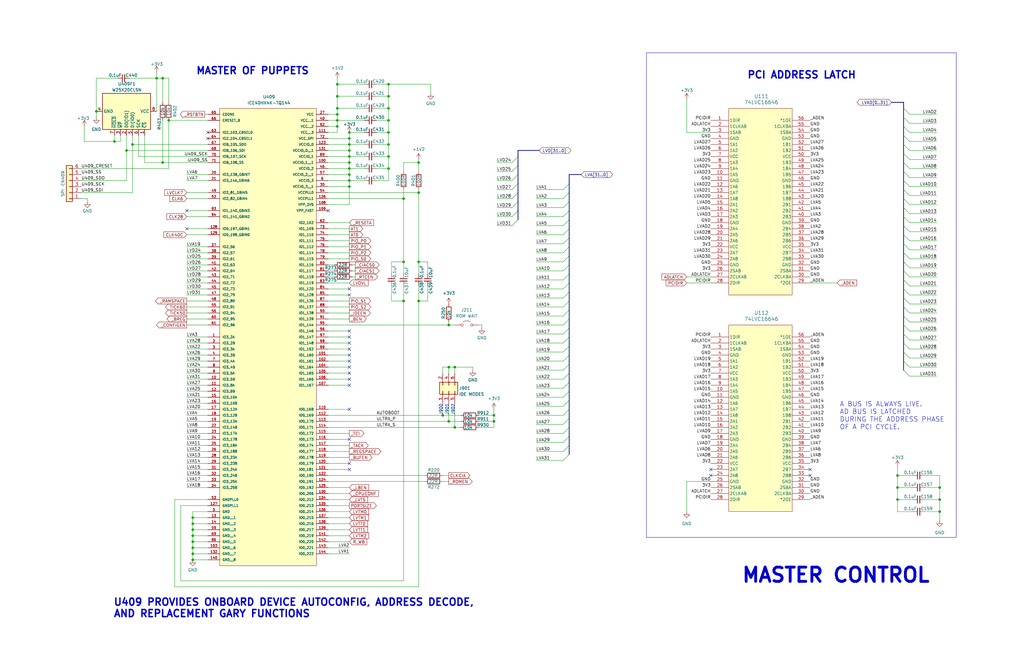
<source format=kicad_sch>
(kicad_sch (version 20231120) (generator "eeschema") (generator_version "8.0")
  (paper "B")
  (title_block (title "AMIGA PCI") (date "2025-04-10") (rev "5.1"))
  (junction (at 147.32 76.2))
  (junction (at 191.77 180.34))
  (junction (at 176.53 81.28))
  (junction (at 378.46 200.66))
  (junction (at 81.28 223.52))
  (junction (at 189.23 154.94))
  (junction (at 147.32 58.42))
  (junction (at 396.24 210.82))
  (junction (at 378.46 210.82))
  (junction (at 147.32 78.74))
  (junction (at 396.24 215.9))
  (junction (at 163.83 60.96))
  (junction (at 163.83 50.8))
  (junction (at 163.83 40.64))
  (junction (at 142.24 48.26))
  (junction (at 142.24 53.34))
  (junction (at 40.64 46.99))
  (junction (at 48.26 59.69))
  (junction (at 81.28 218.44))
  (junction (at 66.04 33.02))
  (junction (at 81.28 220.98))
  (junction (at 147.32 63.5))
  (junction (at 170.18 83.82))
  (junction (at 142.24 35.56))
  (junction (at 81.28 233.68))
  (junction (at 163.83 45.72))
  (junction (at 147.32 68.58))
  (junction (at 396.24 205.74))
  (junction (at 176.53 127))
  (junction (at 163.83 35.56))
  (junction (at 189.23 137.16))
  (junction (at 55.88 60.96))
  (junction (at 142.24 40.64))
  (junction (at 208.28 175.26))
  (junction (at 81.28 236.22))
  (junction (at 191.77 154.94))
  (junction (at 81.28 231.14))
  (junction (at 68.58 68.58))
  (junction (at 163.83 71.12))
  (junction (at 163.83 66.04))
  (junction (at 189.23 177.8))
  (junction (at 147.32 55.88))
  (junction (at 142.24 45.72))
  (junction (at 176.53 68.58))
  (junction (at 208.28 177.8))
  (junction (at 163.83 55.88))
  (junction (at 71.12 50.8))
  (junction (at 147.32 60.96))
  (junction (at 81.28 226.06))
  (junction (at 170.18 127))
  (junction (at 378.46 205.74))
  (junction (at 81.28 228.6))
  (junction (at 147.32 73.66))
  (junction (at 170.18 110.49))
  (junction (at 176.53 110.49))
  (junction (at 147.32 71.12))
  (junction (at 186.69 175.26))
  (junction (at 142.24 50.8))
  (junction (at 147.32 66.04))
  (junction (at 68.58 33.02))
  (junction (at 53.34 63.5))
  (no_connect (at 299.72 198.12))
  (no_connect (at 147.32 144.78))
  (no_connect (at 147.32 152.4))
  (no_connect (at 147.32 198.12))
  (no_connect (at 341.63 198.12))
  (no_connect (at 147.32 162.56))
  (no_connect (at 147.32 172.72))
  (no_connect (at 341.63 200.66))
  (no_connect (at 87.63 55.88))
  (no_connect (at 147.32 142.24))
  (no_connect (at 147.32 160.02))
  (no_connect (at 147.32 147.32))
  (no_connect (at 147.32 149.86))
  (no_connect (at 78.74 88.9))
  (no_connect (at 147.32 124.46))
  (no_connect (at 147.32 157.48))
  (no_connect (at 147.32 185.42))
  (no_connect (at 299.72 200.66))
  (no_connect (at 147.32 195.58))
  (no_connect (at 138.43 88.9))
  (no_connect (at 147.32 154.94))
  (no_connect (at 87.63 58.42))
  (no_connect (at 147.32 139.7))
  (no_connect (at 78.74 96.52))
  (no_connect (at 147.32 121.92))
  (bus_entry (at 383.57 93.98) (size -2.54 -2.54))
  (bus_entry (at 383.57 63.5) (size -2.54 -2.54))
  (bus_entry (at 237.49 163.83) (size 2.54 -2.54))
  (bus_entry (at 215.9 95.25) (size 2.54 -2.54))
  (bus_entry (at 237.49 80.01) (size 2.54 -2.54))
  (bus_entry (at 237.49 160.02) (size 2.54 -2.54))
  (bus_entry (at 383.57 82.55) (size -2.54 -2.54))
  (bus_entry (at 383.57 101.6) (size -2.54 -2.54))
  (bus_entry (at 215.9 83.82) (size 2.54 -2.54))
  (bus_entry (at 237.49 194.31) (size 2.54 -2.54))
  (bus_entry (at 215.9 87.63) (size 2.54 -2.54))
  (bus_entry (at 383.57 151.13) (size -2.54 -2.54))
  (bus_entry (at 237.49 133.35) (size 2.54 -2.54))
  (bus_entry (at 237.49 137.16) (size 2.54 -2.54))
  (bus_entry (at 237.49 99.06) (size 2.54 -2.54))
  (bus_entry (at 383.57 158.75) (size -2.54 -2.54))
  (bus_entry (at 383.57 78.74) (size -2.54 -2.54))
  (bus_entry (at 383.57 97.79) (size -2.54 -2.54))
  (bus_entry (at 237.49 182.88) (size 2.54 -2.54))
  (bus_entry (at 237.49 83.82) (size 2.54 -2.54))
  (bus_entry (at 237.49 95.25) (size 2.54 -2.54))
  (bus_entry (at 383.57 135.89) (size -2.54 -2.54))
  (bus_entry (at 383.57 55.88) (size -2.54 -2.54))
  (bus_entry (at 237.49 129.54) (size 2.54 -2.54))
  (bus_entry (at 237.49 148.59) (size 2.54 -2.54))
  (bus_entry (at 237.49 175.26) (size 2.54 -2.54))
  (bus_entry (at 383.57 139.7) (size -2.54 -2.54))
  (bus_entry (at 383.57 124.46) (size -2.54 -2.54))
  (bus_entry (at 237.49 87.63) (size 2.54 -2.54))
  (bus_entry (at 383.57 120.65) (size -2.54 -2.54))
  (bus_entry (at 237.49 118.11) (size 2.54 -2.54))
  (bus_entry (at 383.57 59.69) (size -2.54 -2.54))
  (bus_entry (at 383.57 71.12) (size -2.54 -2.54))
  (bus_entry (at 383.57 143.51) (size -2.54 -2.54))
  (bus_entry (at 215.9 68.58) (size 2.54 -2.54))
  (bus_entry (at 383.57 86.36) (size -2.54 -2.54))
  (bus_entry (at 237.49 121.92) (size 2.54 -2.54))
  (bus_entry (at 237.49 144.78) (size 2.54 -2.54))
  (bus_entry (at 383.57 154.94) (size -2.54 -2.54))
  (bus_entry (at 383.57 147.32) (size -2.54 -2.54))
  (bus_entry (at 237.49 190.5) (size 2.54 -2.54))
  (bus_entry (at 383.57 116.84) (size -2.54 -2.54))
  (bus_entry (at 215.9 91.44) (size 2.54 -2.54))
  (bus_entry (at 237.49 114.3) (size 2.54 -2.54))
  (bus_entry (at 215.9 76.2) (size 2.54 -2.54))
  (bus_entry (at 237.49 186.69) (size 2.54 -2.54))
  (bus_entry (at 383.57 52.07) (size -2.54 -2.54))
  (bus_entry (at 237.49 167.64) (size 2.54 -2.54))
  (bus_entry (at 237.49 110.49) (size 2.54 -2.54))
  (bus_entry (at 237.49 125.73) (size 2.54 -2.54))
  (bus_entry (at 237.49 102.87) (size 2.54 -2.54))
  (bus_entry (at 237.49 179.07) (size 2.54 -2.54))
  (bus_entry (at 383.57 128.27) (size -2.54 -2.54))
  (bus_entry (at 237.49 156.21) (size 2.54 -2.54))
  (bus_entry (at 237.49 140.97) (size 2.54 -2.54))
  (bus_entry (at 383.57 105.41) (size -2.54 -2.54))
  (bus_entry (at 237.49 171.45) (size 2.54 -2.54))
  (bus_entry (at 383.57 132.08) (size -2.54 -2.54))
  (bus_entry (at 237.49 106.68) (size 2.54 -2.54))
  (bus_entry (at 383.57 109.22) (size -2.54 -2.54))
  (bus_entry (at 383.57 67.31) (size -2.54 -2.54))
  (bus_entry (at 237.49 152.4) (size 2.54 -2.54))
  (bus_entry (at 383.57 113.03) (size -2.54 -2.54))
  (bus_entry (at 237.49 91.44) (size 2.54 -2.54))
  (bus_entry (at 383.57 74.93) (size -2.54 -2.54))
  (bus_entry (at 215.9 72.39) (size 2.54 -2.54))
  (bus_entry (at 383.57 48.26) (size -2.54 -2.54))
  (bus_entry (at 383.57 90.17) (size -2.54 -2.54))
  (bus_entry (at 215.9 80.01) (size 2.54 -2.54))
  (wire (pts (xy 189.23 135.89) (xy 189.23 137.16)))
  (wire (pts (xy 147.32 144.78) (xy 138.43 144.78)))
  (bus (pts (xy 381.03 152.4) (xy 381.03 156.21)))
  (bus (pts (xy 240.03 107.95) (xy 240.03 111.76)))
  (wire (pts (xy 395 139.7) (xy 383.57 139.7)))
  (wire (pts (xy 299.72 55.88) (xy 289.56 55.88)))
  (bus (pts (xy 381.03 43.18) (xy 375.92 43.18)))
  (wire (pts (xy 58.42 66.04) (xy 58.42 57.15)))
  (wire (pts (xy 87.63 195.58) (xy 78.74 195.58)))
  (wire (pts (xy 78.74 200.66) (xy 87.63 200.66)))
  (wire (pts (xy 147.32 205.74) (xy 138.43 205.74)))
  (wire (pts (xy 148.59 116.84) (xy 149.86 116.84)))
  (wire (pts (xy 209.55 95.25) (xy 215.9 95.25)))
  (wire (pts (xy 353.06 119.38) (xy 341.63 119.38)))
  (wire (pts (xy 395 128.27) (xy 383.57 128.27)))
  (wire (pts (xy 138.43 104.14) (xy 147.32 104.14)))
  (wire (pts (xy 289.56 203.2) (xy 289.56 215.9)))
  (bus (pts (xy 381.03 148.59) (xy 381.03 152.4)))
  (wire (pts (xy 189.23 157.48) (xy 189.23 154.94)))
  (wire (pts (xy 395 135.89) (xy 383.57 135.89)))
  (wire (pts (xy 147.32 195.58) (xy 138.43 195.58)))
  (wire (pts (xy 289.56 203.2) (xy 299.72 203.2)))
  (wire (pts (xy 71.12 43.18) (xy 71.12 33.02)))
  (wire (pts (xy 395 86.36) (xy 383.57 86.36)))
  (wire (pts (xy 138.43 71.12) (xy 147.32 71.12)))
  (wire (pts (xy 73.66 247.65) (xy 176.53 247.65)))
  (wire (pts (xy 87.63 83.82) (xy 78.74 83.82)))
  (wire (pts (xy 226.06 140.97) (xy 237.49 140.97)))
  (wire (pts (xy 34.29 83.82) (xy 36.83 83.82)))
  (wire (pts (xy 87.63 203.2) (xy 78.74 203.2)))
  (wire (pts (xy 138.43 73.66) (xy 147.32 73.66)))
  (wire (pts (xy 78.74 116.84) (xy 87.63 116.84)))
  (wire (pts (xy 78.74 111.76) (xy 87.63 111.76)))
  (wire (pts (xy 35.56 53.34) (xy 35.56 59.69)))
  (bus (pts (xy 240.03 96.52) (xy 240.03 100.33)))
  (bus (pts (xy 381.03 57.15) (xy 381.03 60.96)))
  (bus (pts (xy 381.03 118.11) (xy 381.03 121.92)))
  (wire (pts (xy 226.06 190.5) (xy 237.49 190.5)))
  (wire (pts (xy 186.69 157.48) (xy 186.69 154.94)))
  (bus (pts (xy 240.03 165.1) (xy 240.03 168.91)))
  (wire (pts (xy 87.63 88.9) (xy 78.74 88.9)))
  (wire (pts (xy 138.43 83.82) (xy 170.18 83.82)))
  (wire (pts (xy 78.74 109.22) (xy 87.63 109.22)))
  (wire (pts (xy 226.06 110.49) (xy 237.49 110.49)))
  (wire (pts (xy 147.32 182.88) (xy 138.43 182.88)))
  (wire (pts (xy 179.07 203.2) (xy 138.43 203.2)))
  (bus (pts (xy 240.03 168.91) (xy 240.03 172.72)))
  (wire (pts (xy 142.24 45.72) (xy 142.24 48.26)))
  (wire (pts (xy 176.53 127) (xy 180.34 127)))
  (wire (pts (xy 73.66 210.82) (xy 87.63 210.82)))
  (wire (pts (xy 138.43 157.48) (xy 147.32 157.48)))
  (wire (pts (xy 226.06 175.26) (xy 237.49 175.26)))
  (wire (pts (xy 378.46 205.74) (xy 384.81 205.74)))
  (wire (pts (xy 81.28 218.44) (xy 81.28 220.98)))
  (wire (pts (xy 395 48.26) (xy 383.57 48.26)))
  (wire (pts (xy 87.63 177.8) (xy 78.74 177.8)))
  (wire (pts (xy 147.32 76.2) (xy 147.32 78.74)))
  (wire (pts (xy 138.43 152.4) (xy 147.32 152.4)))
  (wire (pts (xy 209.55 68.58) (xy 215.9 68.58)))
  (wire (pts (xy 48.26 59.69) (xy 50.8 59.69)))
  (wire (pts (xy 87.63 48.26) (xy 86.36 48.26)))
  (wire (pts (xy 395 120.65) (xy 383.57 120.65)))
  (wire (pts (xy 389.89 200.66) (xy 396.24 200.66)))
  (wire (pts (xy 81.28 218.44) (xy 87.63 218.44)))
  (wire (pts (xy 66.04 33.02) (xy 54.61 33.02)))
  (wire (pts (xy 68.58 33.02) (xy 66.04 33.02)))
  (wire (pts (xy 147.32 76.2) (xy 153.67 76.2)))
  (bus (pts (xy 381.03 125.73) (xy 381.03 129.54)))
  (wire (pts (xy 226.06 114.3) (xy 237.49 114.3)))
  (wire (pts (xy 395 105.41) (xy 383.57 105.41)))
  (wire (pts (xy 163.83 40.64) (xy 163.83 35.56)))
  (wire (pts (xy 158.75 60.96) (xy 163.83 60.96)))
  (bus (pts (xy 218.44 69.85) (xy 218.44 73.66)))
  (wire (pts (xy 289.56 41.91) (xy 289.56 55.88)))
  (wire (pts (xy 226.06 171.45) (xy 237.49 171.45)))
  (wire (pts (xy 226.06 83.82) (xy 237.49 83.82)))
  (wire (pts (xy 181.61 35.56) (xy 163.83 35.56)))
  (wire (pts (xy 87.63 167.64) (xy 78.74 167.64)))
  (wire (pts (xy 147.32 68.58) (xy 147.32 71.12)))
  (wire (pts (xy 209.55 91.44) (xy 215.9 91.44)))
  (wire (pts (xy 226.06 179.07) (xy 237.49 179.07)))
  (wire (pts (xy 81.28 215.9) (xy 81.28 218.44)))
  (wire (pts (xy 138.43 175.26) (xy 186.69 175.26)))
  (wire (pts (xy 87.63 76.2) (xy 78.74 76.2)))
  (wire (pts (xy 78.74 106.68) (xy 87.63 106.68)))
  (wire (pts (xy 138.43 223.52) (xy 147.32 223.52)))
  (wire (pts (xy 87.63 165.1) (xy 78.74 165.1)))
  (wire (pts (xy 203.2 137.16) (xy 201.93 137.16)))
  (wire (pts (xy 147.32 55.88) (xy 153.67 55.88)))
  (wire (pts (xy 81.28 231.14) (xy 81.28 233.68)))
  (bus (pts (xy 381.03 76.2) (xy 381.03 80.01)))
  (bus (pts (xy 381.03 91.44) (xy 381.03 95.25)))
  (wire (pts (xy 191.77 170.18) (xy 191.77 180.34)))
  (wire (pts (xy 60.96 68.58) (xy 68.58 68.58)))
  (wire (pts (xy 71.12 71.12) (xy 71.12 50.8)))
  (wire (pts (xy 226.06 156.21) (xy 237.49 156.21)))
  (wire (pts (xy 163.83 45.72) (xy 163.83 40.64)))
  (wire (pts (xy 138.43 220.98) (xy 147.32 220.98)))
  (wire (pts (xy 165.1 120.65) (xy 165.1 127)))
  (wire (pts (xy 163.83 50.8) (xy 163.83 45.72)))
  (wire (pts (xy 189.23 154.94) (xy 191.77 154.94)))
  (bus (pts (xy 240.03 172.72) (xy 240.03 176.53)))
  (wire (pts (xy 138.43 160.02) (xy 147.32 160.02)))
  (wire (pts (xy 189.23 137.16) (xy 191.77 137.16)))
  (bus (pts (xy 218.44 81.28) (xy 218.44 85.09)))
  (wire (pts (xy 138.43 154.94) (xy 147.32 154.94)))
  (bus (pts (xy 381.03 68.58) (xy 381.03 72.39)))
  (wire (pts (xy 226.06 148.59) (xy 237.49 148.59)))
  (wire (pts (xy 395 154.94) (xy 383.57 154.94)))
  (wire (pts (xy 138.43 66.04) (xy 147.32 66.04)))
  (wire (pts (xy 138.43 60.96) (xy 147.32 60.96)))
  (wire (pts (xy 226.06 91.44) (xy 237.49 91.44)))
  (bus (pts (xy 381.03 144.78) (xy 381.03 148.59)))
  (wire (pts (xy 87.63 193.04) (xy 78.74 193.04)))
  (wire (pts (xy 170.18 245.11) (xy 76.2 245.11)))
  (wire (pts (xy 226.06 167.64) (xy 237.49 167.64)))
  (wire (pts (xy 55.88 57.15) (xy 55.88 60.96)))
  (wire (pts (xy 138.43 124.46) (xy 147.32 124.46)))
  (wire (pts (xy 76.2 245.11) (xy 76.2 213.36)))
  (wire (pts (xy 147.32 63.5) (xy 147.32 66.04)))
  (wire (pts (xy 142.24 45.72) (xy 153.67 45.72)))
  (wire (pts (xy 165.1 127) (xy 170.18 127)))
  (wire (pts (xy 138.43 78.74) (xy 147.32 78.74)))
  (wire (pts (xy 138.43 177.8) (xy 189.23 177.8)))
  (wire (pts (xy 147.32 147.32) (xy 138.43 147.32)))
  (wire (pts (xy 170.18 120.65) (xy 170.18 127)))
  (bus (pts (xy 381.03 72.39) (xy 381.03 76.2)))
  (wire (pts (xy 147.32 86.36) (xy 138.43 86.36)))
  (wire (pts (xy 395 124.46) (xy 383.57 124.46)))
  (wire (pts (xy 189.23 177.8) (xy 194.31 177.8)))
  (wire (pts (xy 48.26 57.15) (xy 48.26 59.69)))
  (wire (pts (xy 378.46 200.66) (xy 384.81 200.66)))
  (wire (pts (xy 396.24 200.66) (xy 396.24 205.74)))
  (wire (pts (xy 179.07 200.66) (xy 138.43 200.66)))
  (wire (pts (xy 71.12 33.02) (xy 68.58 33.02)))
  (wire (pts (xy 81.28 223.52) (xy 87.63 223.52)))
  (wire (pts (xy 395 97.79) (xy 383.57 97.79)))
  (wire (pts (xy 36.83 83.82) (xy 36.83 85.09)))
  (wire (pts (xy 87.63 127) (xy 78.74 127)))
  (bus (pts (xy 381.03 106.68) (xy 381.03 110.49)))
  (wire (pts (xy 81.28 236.22) (xy 87.63 236.22)))
  (wire (pts (xy 66.04 46.99) (xy 66.04 33.02)))
  (wire (pts (xy 396.24 205.74) (xy 396.24 210.82)))
  (wire (pts (xy 138.43 96.52) (xy 147.32 96.52)))
  (wire (pts (xy 40.64 33.02) (xy 49.53 33.02)))
  (wire (pts (xy 378.46 210.82) (xy 384.81 210.82)))
  (wire (pts (xy 208.28 172.72) (xy 208.28 175.26)))
  (wire (pts (xy 138.43 215.9) (xy 147.32 215.9)))
  (wire (pts (xy 87.63 81.28) (xy 78.74 81.28)))
  (wire (pts (xy 138.43 93.98) (xy 147.32 93.98)))
  (bus (pts (xy 240.03 119.38) (xy 240.03 123.19)))
  (bus (pts (xy 240.03 73.66) (xy 245.11 73.66)))
  (wire (pts (xy 226.06 194.31) (xy 237.49 194.31)))
  (wire (pts (xy 87.63 175.26) (xy 78.74 175.26)))
  (wire (pts (xy 147.32 208.28) (xy 138.43 208.28)))
  (wire (pts (xy 53.34 76.2) (xy 34.29 76.2)))
  (bus (pts (xy 240.03 149.86) (xy 240.03 153.67)))
  (wire (pts (xy 289.56 119.38) (xy 299.72 119.38)))
  (wire (pts (xy 138.43 185.42) (xy 147.32 185.42)))
  (wire (pts (xy 158.75 71.12) (xy 163.83 71.12)))
  (wire (pts (xy 87.63 137.16) (xy 78.74 137.16)))
  (wire (pts (xy 395 113.03) (xy 383.57 113.03)))
  (wire (pts (xy 78.74 160.02) (xy 87.63 160.02)))
  (wire (pts (xy 78.74 149.86) (xy 87.63 149.86)))
  (wire (pts (xy 170.18 68.58) (xy 176.53 68.58)))
  (wire (pts (xy 81.28 220.98) (xy 81.28 223.52)))
  (wire (pts (xy 147.32 187.96) (xy 138.43 187.96)))
  (wire (pts (xy 138.43 137.16) (xy 189.23 137.16)))
  (wire (pts (xy 138.43 106.68) (xy 147.32 106.68)))
  (wire (pts (xy 138.43 218.44) (xy 147.32 218.44)))
  (bus (pts (xy 381.03 87.63) (xy 381.03 91.44)))
  (wire (pts (xy 395 101.6) (xy 383.57 101.6)))
  (wire (pts (xy 81.28 233.68) (xy 81.28 236.22)))
  (bus (pts (xy 381.03 114.3) (xy 381.03 118.11)))
  (wire (pts (xy 147.32 60.96) (xy 153.67 60.96)))
  (wire (pts (xy 142.24 40.64) (xy 142.24 45.72)))
  (wire (pts (xy 226.06 87.63) (xy 237.49 87.63)))
  (wire (pts (xy 208.28 177.8) (xy 208.28 175.26)))
  (bus (pts (xy 381.03 80.01) (xy 381.03 83.82)))
  (wire (pts (xy 87.63 172.72) (xy 78.74 172.72)))
  (wire (pts (xy 201.93 177.8) (xy 208.28 177.8)))
  (wire (pts (xy 226.06 121.92) (xy 237.49 121.92)))
  (bus (pts (xy 240.03 176.53) (xy 240.03 180.34)))
  (wire (pts (xy 158.75 55.88) (xy 163.83 55.88)))
  (wire (pts (xy 138.43 228.6) (xy 147.32 228.6)))
  (wire (pts (xy 170.18 127) (xy 170.18 245.11)))
  (wire (pts (xy 55.88 81.28) (xy 55.88 60.96)))
  (wire (pts (xy 138.43 109.22) (xy 147.32 109.22)))
  (wire (pts (xy 203.2 137.16) (xy 203.2 138.43)))
  (wire (pts (xy 176.53 247.65) (xy 176.53 127)))
  (wire (pts (xy 138.43 226.06) (xy 147.32 226.06)))
  (wire (pts (xy 87.63 124.46) (xy 78.74 124.46)))
  (wire (pts (xy 147.32 66.04) (xy 153.67 66.04)))
  (wire (pts (xy 147.32 193.04) (xy 138.43 193.04)))
  (wire (pts (xy 395 78.74) (xy 383.57 78.74)))
  (wire (pts (xy 147.32 73.66) (xy 147.32 76.2)))
  (bus (pts (xy 381.03 45.72) (xy 381.03 49.53)))
  (wire (pts (xy 226.06 95.25) (xy 237.49 95.25)))
  (wire (pts (xy 78.74 152.4) (xy 87.63 152.4)))
  (wire (pts (xy 138.43 111.76) (xy 140.97 111.76)))
  (wire (pts (xy 87.63 96.52) (xy 78.74 96.52)))
  (wire (pts (xy 73.66 210.82) (xy 73.66 247.65)))
  (wire (pts (xy 78.74 187.96) (xy 87.63 187.96)))
  (wire (pts (xy 378.46 205.74) (xy 378.46 210.82)))
  (wire (pts (xy 68.58 50.8) (xy 68.58 68.58)))
  (wire (pts (xy 138.43 53.34) (xy 142.24 53.34)))
  (wire (pts (xy 395 158.75) (xy 383.57 158.75)))
  (bus (pts (xy 240.03 111.76) (xy 240.03 115.57)))
  (wire (pts (xy 78.74 114.3) (xy 87.63 114.3)))
  (bus (pts (xy 381.03 53.34) (xy 381.03 57.15)))
  (wire (pts (xy 40.64 49.53) (xy 40.64 46.99)))
  (wire (pts (xy 191.77 154.94) (xy 191.77 157.48)))
  (bus (pts (xy 240.03 88.9) (xy 240.03 92.71)))
  (wire (pts (xy 226.06 182.88) (xy 237.49 182.88)))
  (bus (pts (xy 218.44 85.09) (xy 218.44 88.9)))
  (wire (pts (xy 396.24 215.9) (xy 396.24 219.71)))
  (wire (pts (xy 142.24 50.8) (xy 142.24 53.34)))
  (wire (pts (xy 138.43 48.26) (xy 142.24 48.26)))
  (wire (pts (xy 226.06 144.78) (xy 237.49 144.78)))
  (bus (pts (xy 240.03 146.05) (xy 240.03 149.86)))
  (bus (pts (xy 240.03 104.14) (xy 240.03 107.95)))
  (wire (pts (xy 226.06 133.35) (xy 237.49 133.35)))
  (wire (pts (xy 87.63 190.5) (xy 78.74 190.5)))
  (wire (pts (xy 81.28 220.98) (xy 87.63 220.98)))
  (wire (pts (xy 395 151.13) (xy 383.57 151.13)))
  (bus (pts (xy 240.03 100.33) (xy 240.03 104.14)))
  (wire (pts (xy 87.63 91.44) (xy 78.74 91.44)))
  (bus (pts (xy 381.03 137.16) (xy 381.03 140.97)))
  (bus (pts (xy 381.03 110.49) (xy 381.03 114.3)))
  (wire (pts (xy 191.77 154.94) (xy 199.39 154.94)))
  (bus (pts (xy 240.03 130.81) (xy 240.03 134.62)))
  (wire (pts (xy 199.39 154.94) (xy 199.39 156.21)))
  (wire (pts (xy 384.81 215.9) (xy 378.46 215.9)))
  (wire (pts (xy 226.06 99.06) (xy 237.49 99.06)))
  (wire (pts (xy 163.83 35.56) (xy 158.75 35.56)))
  (wire (pts (xy 395 147.32) (xy 383.57 147.32)))
  (wire (pts (xy 87.63 73.66) (xy 78.74 73.66)))
  (wire (pts (xy 226.06 118.11) (xy 237.49 118.11)))
  (wire (pts (xy 226.06 102.87) (xy 237.49 102.87)))
  (wire (pts (xy 142.24 35.56) (xy 153.67 35.56)))
  (wire (pts (xy 396.24 210.82) (xy 396.24 215.9)))
  (bus (pts (xy 381.03 129.54) (xy 381.03 133.35)))
  (wire (pts (xy 138.43 180.34) (xy 191.77 180.34)))
  (wire (pts (xy 34.29 81.28) (xy 55.88 81.28)))
  (bus (pts (xy 218.44 73.66) (xy 218.44 77.47)))
  (wire (pts (xy 378.46 200.66) (xy 378.46 205.74)))
  (wire (pts (xy 147.32 190.5) (xy 138.43 190.5)))
  (wire (pts (xy 87.63 185.42) (xy 78.74 185.42)))
  (wire (pts (xy 138.43 127) (xy 147.32 127)))
  (wire (pts (xy 138.43 68.58) (xy 147.32 68.58)))
  (wire (pts (xy 147.32 55.88) (xy 147.32 58.42)))
  (wire (pts (xy 71.12 50.8) (xy 87.63 50.8)))
  (bus (pts (xy 240.03 157.48) (xy 240.03 161.29)))
  (wire (pts (xy 163.83 55.88) (xy 163.83 60.96)))
  (wire (pts (xy 176.53 81.28) (xy 176.53 110.49)))
  (bus (pts (xy 240.03 184.15) (xy 240.03 187.96)))
  (bus (pts (xy 240.03 161.29) (xy 240.03 165.1)))
  (wire (pts (xy 395 55.88) (xy 383.57 55.88)))
  (wire (pts (xy 147.32 78.74) (xy 147.32 86.36)))
  (wire (pts (xy 142.24 35.56) (xy 142.24 40.64)))
  (wire (pts (xy 226.06 160.02) (xy 237.49 160.02)))
  (wire (pts (xy 138.43 213.36) (xy 147.32 213.36)))
  (wire (pts (xy 81.28 223.52) (xy 81.28 226.06)))
  (wire (pts (xy 147.32 142.24) (xy 138.43 142.24)))
  (wire (pts (xy 87.63 147.32) (xy 78.74 147.32)))
  (wire (pts (xy 226.06 186.69) (xy 237.49 186.69)))
  (wire (pts (xy 176.53 110.49) (xy 180.34 110.49)))
  (bus (pts (xy 240.03 134.62) (xy 240.03 138.43)))
  (wire (pts (xy 81.28 226.06) (xy 87.63 226.06)))
  (wire (pts (xy 138.43 172.72) (xy 147.32 172.72)))
  (wire (pts (xy 395 74.93) (xy 383.57 74.93)))
  (wire (pts (xy 170.18 115.57) (xy 170.18 110.49)))
  (bus (pts (xy 218.44 63.5) (xy 227.33 63.5)))
  (wire (pts (xy 170.18 80.01) (xy 170.18 83.82)))
  (wire (pts (xy 78.74 121.92) (xy 87.63 121.92)))
  (wire (pts (xy 138.43 76.2) (xy 147.32 76.2)))
  (wire (pts (xy 186.69 170.18) (xy 186.69 175.26)))
  (bus (pts (xy 381.03 99.06) (xy 381.03 102.87)))
  (bus (pts (xy 240.03 77.47) (xy 240.03 81.28)))
  (wire (pts (xy 201.93 175.26) (xy 208.28 175.26)))
  (wire (pts (xy 87.63 129.54) (xy 78.74 129.54)))
  (wire (pts (xy 201.93 180.34) (xy 208.28 180.34)))
  (bus (pts (xy 240.03 123.19) (xy 240.03 127)))
  (wire (pts (xy 395 143.51) (xy 383.57 143.51)))
  (wire (pts (xy 138.43 116.84) (xy 140.97 116.84)))
  (wire (pts (xy 78.74 119.38) (xy 87.63 119.38)))
  (wire (pts (xy 81.28 228.6) (xy 87.63 228.6)))
  (wire (pts (xy 395 93.98) (xy 383.57 93.98)))
  (wire (pts (xy 226.06 106.68) (xy 237.49 106.68)))
  (bus (pts (xy 218.44 66.04) (xy 218.44 63.5)))
  (wire (pts (xy 209.55 83.82) (xy 215.9 83.82)))
  (wire (pts (xy 176.53 127) (xy 176.53 120.65)))
  (wire (pts (xy 226.06 129.54) (xy 237.49 129.54)))
  (wire (pts (xy 209.55 87.63) (xy 215.9 87.63)))
  (bus (pts (xy 240.03 138.43) (xy 240.03 142.24)))
  (wire (pts (xy 81.28 228.6) (xy 81.28 231.14)))
  (wire (pts (xy 87.63 154.94) (xy 78.74 154.94)))
  (wire (pts (xy 66.04 33.02) (xy 66.04 30.48)))
  (wire (pts (xy 78.74 180.34) (xy 87.63 180.34)))
  (bus (pts (xy 240.03 73.66) (xy 240.03 77.47)))
  (bus (pts (xy 381.03 83.82) (xy 381.03 87.63)))
  (wire (pts (xy 78.74 142.24) (xy 87.63 142.24)))
  (wire (pts (xy 50.8 57.15) (xy 50.8 59.69)))
  (wire (pts (xy 53.34 63.5) (xy 53.34 76.2)))
  (bus (pts (xy 381.03 133.35) (xy 381.03 137.16)))
  (wire (pts (xy 170.18 83.82) (xy 170.18 110.49)))
  (bus (pts (xy 240.03 81.28) (xy 240.03 85.09)))
  (bus (pts (xy 381.03 140.97) (xy 381.03 144.78)))
  (wire (pts (xy 147.32 233.68) (xy 138.43 233.68)))
  (bus (pts (xy 240.03 142.24) (xy 240.03 146.05)))
  (wire (pts (xy 142.24 53.34) (xy 142.24 55.88)))
  (wire (pts (xy 165.1 110.49) (xy 170.18 110.49)))
  (bus (pts (xy 240.03 153.67) (xy 240.03 157.48)))
  (wire (pts (xy 395 116.84) (xy 383.57 116.84)))
  (wire (pts (xy 209.55 80.01) (xy 215.9 80.01)))
  (wire (pts (xy 170.18 72.39) (xy 170.18 68.58)))
  (wire (pts (xy 147.32 132.08) (xy 138.43 132.08)))
  (wire (pts (xy 138.43 121.92) (xy 147.32 121.92)))
  (bus (pts (xy 240.03 127) (xy 240.03 130.81)))
  (bus (pts (xy 381.03 95.25) (xy 381.03 99.06)))
  (wire (pts (xy 58.42 66.04) (xy 87.63 66.04)))
  (wire (pts (xy 186.69 175.26) (xy 194.31 175.26)))
  (wire (pts (xy 142.24 40.64) (xy 153.67 40.64)))
  (wire (pts (xy 147.32 139.7) (xy 138.43 139.7)))
  (bus (pts (xy 240.03 115.57) (xy 240.03 119.38)))
  (wire (pts (xy 163.83 55.88) (xy 163.83 50.8)))
  (wire (pts (xy 87.63 134.62) (xy 78.74 134.62)))
  (wire (pts (xy 142.24 33.02) (xy 142.24 35.56)))
  (bus (pts (xy 381.03 64.77) (xy 381.03 68.58)))
  (wire (pts (xy 53.34 57.15) (xy 53.34 63.5)))
  (wire (pts (xy 395 52.07) (xy 383.57 52.07)))
  (wire (pts (xy 76.2 213.36) (xy 87.63 213.36)))
  (bus (pts (xy 381.03 49.53) (xy 381.03 53.34)))
  (wire (pts (xy 138.43 129.54) (xy 147.32 129.54)))
  (wire (pts (xy 226.06 152.4) (xy 237.49 152.4)))
  (wire (pts (xy 87.63 132.08) (xy 78.74 132.08)))
  (wire (pts (xy 87.63 198.12) (xy 78.74 198.12)))
  (wire (pts (xy 158.75 76.2) (xy 163.83 76.2)))
  (wire (pts (xy 158.75 66.04) (xy 163.83 66.04)))
  (wire (pts (xy 226.06 80.01) (xy 237.49 80.01)))
  (wire (pts (xy 34.29 71.12) (xy 71.12 71.12)))
  (wire (pts (xy 189.23 170.18) (xy 189.23 177.8)))
  (wire (pts (xy 186.69 200.66) (xy 189.23 200.66)))
  (wire (pts (xy 395 90.17) (xy 383.57 90.17)))
  (wire (pts (xy 395 71.12) (xy 383.57 71.12)))
  (wire (pts (xy 138.43 55.88) (xy 142.24 55.88)))
  (bus (pts (xy 240.03 85.09) (xy 240.03 88.9)))
  (wire (pts (xy 35.56 59.69) (xy 48.26 59.69)))
  (wire (pts (xy 138.43 134.62) (xy 147.32 134.62)))
  (wire (pts (xy 138.43 119.38) (xy 147.32 119.38)))
  (wire (pts (xy 147.32 66.04) (xy 147.32 68.58)))
  (wire (pts (xy 78.74 157.48) (xy 87.63 157.48)))
  (wire (pts (xy 395 82.55) (xy 383.57 82.55)))
  (wire (pts (xy 148.59 114.3) (xy 149.86 114.3)))
  (wire (pts (xy 226.06 125.73) (xy 237.49 125.73)))
  (wire (pts (xy 163.83 71.12) (xy 163.83 76.2)))
  (bus (pts (xy 381.03 60.96) (xy 381.03 64.77)))
  (wire (pts (xy 138.43 58.42) (xy 147.32 58.42)))
  (wire (pts (xy 180.34 110.49) (xy 180.34 115.57)))
  (wire (pts (xy 147.32 71.12) (xy 153.67 71.12)))
  (wire (pts (xy 81.28 215.9) (xy 87.63 215.9)))
  (bus (pts (xy 240.03 180.34) (xy 240.03 184.15)))
  (wire (pts (xy 209.55 72.39) (xy 215.9 72.39)))
  (wire (pts (xy 395 63.5) (xy 383.57 63.5)))
  (wire (pts (xy 147.32 58.42) (xy 147.32 60.96)))
  (wire (pts (xy 138.43 231.14) (xy 147.32 231.14)))
  (wire (pts (xy 378.46 196.85) (xy 378.46 200.66)))
  (wire (pts (xy 389.89 215.9) (xy 396.24 215.9)))
  (wire (pts (xy 163.83 60.96) (xy 163.83 66.04)))
  (wire (pts (xy 142.24 50.8) (xy 153.67 50.8)))
  (wire (pts (xy 389.89 210.82) (xy 396.24 210.82)))
  (wire (pts (xy 147.32 149.86) (xy 138.43 149.86)))
  (wire (pts (xy 147.32 198.12) (xy 138.43 198.12)))
  (wire (pts (xy 138.43 162.56) (xy 147.32 162.56)))
  (wire (pts (xy 147.32 60.96) (xy 147.32 63.5)))
  (wire (pts (xy 395 109.22) (xy 383.57 109.22)))
  (wire (pts (xy 208.28 180.34) (xy 208.28 177.8)))
  (wire (pts (xy 78.74 162.56) (xy 87.63 162.56)))
  (bus (pts (xy 381.03 121.92) (xy 381.03 125.73)))
  (wire (pts (xy 209.55 76.2) (xy 215.9 76.2)))
  (wire (pts (xy 378.46 210.82) (xy 378.46 215.9)))
  (wire (pts (xy 142.24 48.26) (xy 142.24 50.8)))
  (wire (pts (xy 87.63 99.06) (xy 78.74 99.06)))
  (wire (pts (xy 176.53 115.57) (xy 176.53 110.49)))
  (wire (pts (xy 395 67.31) (xy 383.57 67.31)))
  (wire (pts (xy 165.1 115.57) (xy 165.1 110.49)))
  (wire (pts (xy 148.59 111.76) (xy 149.86 111.76)))
  (wire (pts (xy 138.43 50.8) (xy 142.24 50.8)))
  (wire (pts (xy 81.28 231.14) (xy 87.63 231.14)))
  (wire (pts (xy 176.53 68.58) (xy 176.53 72.39)))
  (wire (pts (xy 53.34 63.5) (xy 87.63 63.5)))
  (wire (pts (xy 87.63 182.88) (xy 78.74 182.88)))
  (bus (pts (xy 381.03 43.18) (xy 381.03 45.72)))
  (wire (pts (xy 189.23 203.2) (xy 186.69 203.2)))
  (wire (pts (xy 180.34 127) (xy 180.34 120.65)))
  (wire (pts (xy 40.64 46.99) (xy 40.64 33.02)))
  (wire (pts (xy 181.61 35.56) (xy 181.61 39.37)))
  (wire (pts (xy 158.75 50.8) (xy 163.83 50.8)))
  (wire (pts (xy 138.43 114.3) (xy 140.97 114.3)))
  (wire (pts (xy 147.32 71.12) (xy 147.32 73.66)))
  (wire (pts (xy 138.43 63.5) (xy 147.32 63.5)))
  (wire (pts (xy 78.74 104.14) (xy 87.63 104.14)))
  (wire (pts (xy 176.53 80.01) (xy 176.53 81.28)))
  (wire (pts (xy 226.06 137.16) (xy 237.49 137.16)))
  (wire (pts (xy 138.43 210.82) (xy 147.32 210.82)))
  (wire (pts (xy 68.58 33.02) (xy 68.58 43.18)))
  (wire (pts (xy 176.53 67.31) (xy 176.53 68.58)))
  (wire (pts (xy 138.43 101.6) (xy 147.32 101.6)))
  (wire (pts (xy 81.28 233.68) (xy 87.63 233.68)))
  (wire (pts (xy 158.75 40.64) (xy 163.83 40.64)))
  (wire (pts (xy 186.69 154.94) (xy 189.23 154.94)))
  (wire (pts (xy 138.43 99.06) (xy 147.32 99.06)))
  (bus (pts (xy 218.44 88.9) (xy 218.44 92.71)))
  (wire (pts (xy 163.83 66.04) (xy 163.83 71.12)))
  (wire (pts (xy 289.56 116.84) (xy 299.72 116.84)))
  (wire (pts (xy 78.74 205.74) (xy 87.63 205.74)))
  (wire (pts (xy 81.28 226.06) (xy 81.28 228.6)))
  (bus (pts (xy 218.44 66.04) (xy 218.44 69.85)))
  (bus (pts (xy 240.03 187.96) (xy 240.03 191.77)))
  (wire (pts (xy 138.43 81.28) (xy 176.53 81.28)))
  (bus (pts (xy 218.44 77.47) (xy 218.44 81.28)))
  (wire (pts (xy 60.96 68.58) (xy 60.96 57.15)))
  (bus (pts (xy 240.03 92.71) (xy 240.03 96.52)))
  (wire (pts (xy 55.88 60.96) (xy 87.63 60.96)))
  (wire (pts (xy 395 132.08) (xy 383.57 132.08)))
  (wire (pts (xy 68.58 68.58) (xy 87.63 68.58)))
  (bus (pts (xy 381.03 102.87) (xy 381.03 106.68)))
  (wire (pts (xy 191.77 180.34) (xy 194.31 180.34)))
  (wire (pts (xy 87.63 170.18) (xy 78.74 170.18)))
  (wire (pts (xy 78.74 144.78) (xy 87.63 144.78)))
  (wire (pts (xy 395 59.69) (xy 383.57 59.69)))
  (wire (pts (xy 226.06 163.83) (xy 237.49 163.83)))
  (wire (pts (xy 389.89 205.74) (xy 396.24 205.74)))
  (wire (pts (xy 158.75 45.72) (xy 163.83 45.72)))
  (rectangle (start 272.6 22.3) (end 403.2 226.8))
  (text "MASTER OF PUPPETS" (at 82.55 31.75 0) (effects (font (size 3 3) (thickness 0.6) (bold yes)) (justify left bottom)))
  (text "MASTER CONTROL" (at 312.42 246.38 0) (effects (font (size 6 6) (thickness 1.2) (bold yes)) (justify left bottom)))
  (text "J902" (at 191.77 175.26 90) (effects (font (size 1.27 1.27)) (justify left bottom)))
  (text "J900" (at 186.69 175.26 90) (effects (font (size 1.27 1.27)) (justify left bottom)))
  (text "A BUS IS ALWAYS LIVE.\nAD BUS IS LATCHED\nDURING THE ADDRESS PHASE \nOF A PCI CYCLE." (at 354.076 175.514 0) (effects (font (size 2 2)) (justify left)))
  (text "PCI ADDRESS LATCH" (at 314.96 33.528 0) (effects (font (size 3 3) (thickness 0.6) (bold yes)) (justify left bottom)))
  (text "J901" (at 189.23 175.26 90) (effects (font (size 1.27 1.27)) (justify left bottom)))
  (text "U409 PROVIDES ONBOARD DEVICE AUTOCONFIG, ADDRESS DECODE,\nAND REPLACEMENT GARY FUNCTIONS" (at 47.752 260.858 0) (effects (font (size 3 3) (thickness 0.6) (bold yes)) (justify left bottom)))
  (label "ADLATCH" (at 299.72 116.84 180))
  (label "_ADEN" (at 341.63 50.8 0))
  (label "LVA25" (at 341.63 68.58 0))
  (label "LVAD8" (at 395 71.12 180))
  (label "LVA30" (at 78.74 157.48 0))
  (label "LVA20" (at 341.63 83.82 0))
  (label "LVAD25" (at 299.72 68.58 180))
  (label "LVA3" (at 78.74 142.24 0))
  (label "LVA27" (at 78.74 162.56 0))
  (label "LVA14" (at 78.74 195.58 0))
  (label "3V3" (at 299.72 55.88 180))
  (label "LVAD11" (at 299.72 177.8 180))
  (label "3V3" (at 299.72 157.48 180))
  (label "LVD31" (at 78.74 124.46 0))
  (label "LVAD30" (at 299.72 109.22 180))
  (label "LVA22" (at 78.74 147.32 0))
  (label "LVD26" (at 78.74 111.76 0))
  (label "PCIDIR" (at 299.72 119.38 180))
  (label "LVA26" (at 78.74 149.86 0))
  (label "U409_SS" (at 34.29 73.66 0))
  (label "LVA19" (at 226.06 148.59 0))
  (label "LVA27" (at 341.63 60.96 0))
  (label "LVA16" (at 78.74 200.66 0))
  (label "LVA18" (at 226.06 144.78 0))
  (label "LVA14" (at 341.63 170.18 0))
  (label "LVA27" (at 226.06 179.07 0))
  (label "U409_SDO" (at 34.29 76.2 0))
  (label "LVA4" (at 78.74 175.26 0))
  (label "LVA14" (at 226.06 129.54 0))
  (label "LVA3" (at 226.06 87.63 0))
  (label "LVA22" (at 226.06 160.02 0))
  (label "LVD31" (at 209.55 95.25 0))
  (label "LVA29" (at 226.06 186.69 0))
  (label "LVAD27" (at 395 143.51 180))
  (label "LVA9" (at 226.06 110.49 0))
  (label "LVA24" (at 78.74 154.94 0))
  (label "LVA11" (at 226.06 118.11 0))
  (label "LVAD26" (at 395 139.7 180))
  (label "LVAD8" (at 299.72 193.04 180))
  (label "GND" (at 299.72 149.86 180))
  (label "PCIDIR" (at 299.72 50.8 180))
  (label "_ADEN" (at 341.63 119.38 0))
  (label "GND" (at 341.63 114.3 0))
  (label "LVAD29" (at 299.72 101.6 180))
  (label "LVA10" (at 78.74 185.42 0))
  (label "LVA30" (at 226.06 190.5 0))
  (label "LVA7" (at 226.06 102.87 0))
  (label "LVA13" (at 78.74 193.04 0))
  (label "LVAD6" (at 299.72 190.5 180))
  (label "GND" (at 341.63 53.34 0))
  (label "LVA23" (at 341.63 73.66 0))
  (label "LVD25" (at 209.55 72.39 0))
  (label "LVAD5" (at 395 59.69 180))
  (label "GND" (at 299.72 167.64 180))
  (label "ADLATCH" (at 299.72 53.34 180))
  (label "LVA23" (at 226.06 163.83 0))
  (label "LVAD23" (at 299.72 73.66 180))
  (label "LVA29" (at 341.63 101.6 0))
  (label "LVA25" (at 78.74 165.1 0))
  (label "LVD24" (at 78.74 106.68 0))
  (label "LVAD12" (at 395 86.36 180))
  (label "LVAD4" (at 299.72 88.9 180))
  (label "LVA15" (at 226.06 133.35 0))
  (label "AUTOBOOT" (at 158.75 175.26 0))
  (label "LVAD19" (at 395 113.03 180))
  (label "LVA20" (at 226.06 152.4 0))
  (label "LVAD20" (at 299.72 83.82 180))
  (label "LVA8" (at 226.06 106.68 0))
  (label "LVA21" (at 226.06 156.21 0))
  (label "LVA24" (at 226.06 167.64 0))
  (label "LVA12" (at 226.06 121.92 0))
  (label "GND" (at 341.63 93.98 0))
  (label "LVA1" (at 147.32 233.68 180))
  (label "LVA12" (at 341.63 175.26 0))
  (label "LVA5" (at 78.74 177.8 0))
  (label "_ADEN" (at 341.63 142.24 0))
  (label "LVAD14" (at 299.72 170.18 180))
  (label "LVA13" (at 341.63 172.72 0))
  (label "3V3" (at 341.63 66.04 0))
  (label "LVA9" (at 78.74 182.88 0))
  (label "LVAD27" (at 299.72 60.96 180))
  (label "GND" (at 299.72 203.2 180))
  (label "LVAD16" (at 299.72 162.56 180))
  (label "LVAD2" (at 395 48.26 180))
  (label "LVA21" (at 78.74 167.64 0))
  (label "U409_SCK" (at 87.63 66.04 180))
  (label "LVA4" (at 226.06 91.44 0))
  (label "LVA28" (at 341.63 99.06 0))
  (label "LVA2" (at 341.63 96.52 0))
  (label "LVAD29" (at 395 151.13 180))
  (label "LVAD3" (at 395 52.07 180))
  (label "LVAD7" (at 299.72 187.96 180))
  (label "LVD26" (at 209.55 76.2 0))
  (label "LVAD25" (at 395 135.89 180))
  (label "GND" (at 341.63 116.84 0))
  (label "LVA19" (at 78.74 104.14 0))
  (label "LVAD28" (at 299.72 99.06 180))
  (label "LVA6" (at 78.74 73.66 0))
  (label "LVA23" (at 78.74 170.18 0))
  (label "GND" (at 341.63 55.88 0))
  (label "LVA5" (at 341.63 86.36 0))
  (label "LVA10" (at 226.06 114.3 0))
  (label "U409_SCK" (at 34.29 78.74 0))
  (label "LVAD15" (at 395 97.79 180))
  (label "LVAD13" (at 299.72 172.72 180))
  (label "LVA24" (at 341.63 71.12 0))
  (label "LVA5" (at 226.06 95.25 0))
  (label "LVA8" (at 78.74 180.34 0))
  (label "LVA28" (at 226.06 182.88 0))
  (label "ULTRA_P" (at 158.75 177.8 0))
  (label "LVAD9" (at 395 74.93 180))
  (label "LVA11" (at 341.63 177.8 0))
  (label "ADLATCH" (at 299.72 208.28 180))
  (label "3V3" (at 341.63 104.14 0))
  (label "GND" (at 341.63 205.74 0))
  (label "3V3" (at 299.72 66.04 180))
  (label "LVAD3" (at 299.72 91.44 180))
  (label "3V3" (at 299.72 205.74 180))
  (label "GND" (at 299.72 58.42 180))
  (label "GND" (at 299.72 76.2 180))
  (label "LVAD26" (at 299.72 63.5 180))
  (label "GND" (at 341.63 147.32 0))
  (label "GND" (at 341.63 167.64 0))
  (label "U409_CRESET" (at 34.29 71.12 0))
  (label "LVAD31" (at 299.72 106.68 180))
  (label "LVAD18" (at 395 109.22 180))
  (label "LVA31" (at 226.06 194.31 0))
  (label "LVAD21" (at 395 120.65 180))
  (label "GND" (at 299.72 93.98 180))
  (label "LVD28" (at 78.74 116.84 0))
  (label "LVA8" (at 341.63 193.04 0))
  (label "LVAD2" (at 299.72 96.52 180))
  (label "LVA7" (at 341.63 187.96 0))
  (label "LVA16" (at 226.06 137.16 0))
  (label "LVAD13" (at 395 90.17 180))
  (label "GND" (at 341.63 149.86 0))
  (label "U409_SS" (at 87.63 68.58 180))
  (label "GND" (at 341.63 203.2 0))
  (label "LVA26" (at 226.06 175.26 0))
  (label "LVAD24" (at 395 132.08 180))
  (label "LVA15" (at 78.74 198.12 0))
  (label "LVA6" (at 341.63 190.5 0))
  (label "LVAD24" (at 299.72 71.12 180))
  (label "LVAD18" (at 299.72 154.94 180))
  (label "LVA9" (at 341.63 182.88 0))
  (label "LVD28" (at 209.55 83.82 0))
  (label "3V3" (at 299.72 195.58 180))
  (label "LVAD17" (at 299.72 160.02 180))
  (label "_ADEN" (at 341.63 210.82 0))
  (label "U409_SDI" (at 34.29 81.28 0))
  (label "GND" (at 341.63 144.78 0))
  (label "LVA11" (at 78.74 187.96 0))
  (label "LVAD22" (at 395 124.46 180))
  (label "LVAD6" (at 395 63.5 180))
  (label "GND" (at 341.63 76.2 0))
  (label "LVD25" (at 78.74 109.22 0))
  (label "3V3" (at 341.63 195.58 0))
  (label "LVA26" (at 341.63 63.5 0))
  (label "LVAD15" (at 299.72 165.1 180))
  (label "LVAD12" (at 299.72 175.26 180))
  (label "LVAD21" (at 299.72 81.28 180))
  (label "LVA17" (at 341.63 160.02 0))
  (label "LVD30" (at 209.55 91.44 0))
  (label "3V3" (at 299.72 114.3 180))
  (label "LVA17" (at 226.06 140.97 0))
  (label "3V3" (at 341.63 157.48 0))
  (label "LVAD30" (at 395 154.94 180))
  (label "LVD30" (at 78.74 121.92 0))
  (label "LVA20" (at 78.74 172.72 0))
  (label "LVAD20" (at 395 116.84 180))
  (label "GND" (at 299.72 111.76 180))
  (label "LVAD17" (at 395 105.41 180))
  (label "LVA18" (at 78.74 205.74 0))
  (label "LVA15" (at 341.63 165.1 0))
  (label "LVA29" (at 78.74 152.4 0))
  (label "LVAD11" (at 395 82.55 180))
  (label "LVA2" (at 147.32 231.14 180))
  (label "PCIDIR" (at 299.72 210.82 180))
  (label "LVA18" (at 341.63 154.94 0))
  (label "3V3" (at 299.72 147.32 180))
  (label "PCIDIR" (at 299.72 142.24 180))
  (label "ULTRA_S" (at 158.75 180.34 0))
  (label "LVA31" (at 78.74 160.02 0))
  (label "LVA12" (at 78.74 190.5 0))
  (label "GND" (at 341.63 208.28 0))
  (label "LVA28" (at 78.74 144.78 0))
  (label "LVAD22" (at 299.72 78.74 180))
  (label "LVA16" (at 341.63 162.56 0))
  (label "LVA21" (at 341.63 81.28 0))
  (label "LVA19" (at 341.63 152.4 0))
  (label "LVA30" (at 341.63 109.22 0))
  (label "LVA10" (at 341.63 180.34 0))
  (label "LVAD4" (at 395 55.88 180))
  (label "LVD27" (at 209.55 80.01 0))
  (label "LVAD28" (at 395 147.32 180))
  (label "GND" (at 341.63 111.76 0))
  (label "LVAD16" (at 395 101.6 180))
  (label "LVA2" (at 226.06 83.82 0))
  (label "LVAD14" (at 395 93.98 180))
  (label "LVD29" (at 78.74 119.38 0))
  (label "LVA25" (at 226.06 171.45 0))
  (label "GND" (at 341.63 185.42 0))
  (label "LVD27" (at 78.74 114.3 0))
  (label "GND" (at 299.72 185.42 180))
  (label "LVAD9" (at 299.72 182.88 180))
  (label "LVA4" (at 341.63 88.9 0))
  (label "3V3" (at 299.72 104.14 180))
  (label "LVA17" (at 78.74 203.2 0))
  (label "LVAD10" (at 299.72 180.34 180))
  (label "LVD29" (at 209.55 87.63 0))
  (label "LVAD5" (at 299.72 86.36 180))
  (label "LVA31" (at 341.63 106.68 0))
  (label "LVAD19" (at 299.72 152.4 180))
  (label "LVA1" (at 226.06 80.01 0))
  (label "LVA22" (at 341.63 78.74 0))
  (label "LVAD23" (at 395 128.27 180))
  (label "ADLATCH" (at 299.72 144.78 180))
  (label "LVD24" (at 209.55 68.58 0))
  (label "GND" (at 341.63 58.42 0))
  (label "LVA6" (at 226.06 99.06 0))
  (label "LVA13" (at 226.06 125.73 0))
  (label "LVAD10" (at 395 78.74 180))
  (label "LVA3" (at 341.63 91.44 0))
  (label "LVAD31" (at 395 158.75 180))
  (label "LVAD7" (at 395 67.31 180))
  (label "LVA7" (at 78.74 76.2 0))
  (global_label "_LBEN" (shape input) (at 147.32 205.74 0) (property "Intersheetrefs" "${INTERSHEET_REFS}" (at 156.0504 205.74 0) (effects (justify left))))
  (global_label "LVD[31..0]" (shape bidirectional) (at 227.33 63.5 0) (property "Intersheetrefs" "${INTERSHEET_REFS}" (at 241.046 63.5 0) (effects (justify left))))
  (global_label "_REGSPACE" (shape output) (at 147.32 190.5 0) (effects (font (size 1.2954 1.2954))) (property "Intersheetrefs" "${INTERSHEET_REFS}" (at 161.221 190.5 0) (effects (justify left))))
  (global_label "PIO_S2" (shape output) (at 147.32 129.54 0) (property "Intersheetrefs" "${INTERSHEET_REFS}" (at 156.8971 129.54 0) (effects (justify left))))
  (global_label "PCIDIR" (shape input) (at 289.56 119.38 180) (property "Intersheetrefs" "${INTERSHEET_REFS}" (at 280.2852 119.38 0) (effects (justify right))))
  (global_label "CLK40C" (shape input) (at 78.74 99.06 180) (property "Intersheetrefs" "${INTERSHEET_REFS}" (at 68.4977 99.06 0) (effects (justify right))))
  (global_label "CLK6" (shape input) (at 78.74 83.82 180) (property "Intersheetrefs" "${INTERSHEET_REFS}" (at 70.9772 83.82 0) (effects (justify right))))
  (global_label "LVTM0" (shape input) (at 147.32 215.9 0) (property "Intersheetrefs" "${INTERSHEET_REFS}" (at 156.0504 215.9 0) (effects (justify left))))
  (global_label "_RESETA" (shape input) (at 147.32 93.98 0) (property "Intersheetrefs" "${INTERSHEET_REFS}" (at 150.622 91.186 0) (effects (justify left))))
  (global_label "CLKCIA" (shape output) (at 189.23 200.66 0) (property "Intersheetrefs" "${INTERSHEET_REFS}" (at 198.6673 200.66 0) (effects (justify left))))
  (global_label "TICK50" (shape output) (at 78.74 132.08 180) (property "Intersheetrefs" "${INTERSHEET_REFS}" (at 69.977 132.08 0) (effects (justify right))))
  (global_label "_ROMEN" (shape output) (at 189.23 203.2 0) (property "Intersheetrefs" "${INTERSHEET_REFS}" (at 199.7142 203.2 0) (effects (justify left))))
  (global_label "_TCI" (shape output) (at 147.32 182.88 0) (property "Intersheetrefs" "${INTERSHEET_REFS}" (at 154.1152 182.88 0) (effects (justify left))))
  (global_label "PIO_S0" (shape output) (at 147.32 109.22 0) (property "Intersheetrefs" "${INTERSHEET_REFS}" (at 156.8971 109.22 0) (effects (justify left))))
  (global_label "_BREG" (shape output) (at 78.74 134.62 180) (property "Intersheetrefs" "${INTERSHEET_REFS}" (at 69.8282 134.62 0) (effects (justify right))))
  (global_label "LVTT1" (shape input) (at 147.32 223.52 0) (property "Intersheetrefs" "${INTERSHEET_REFS}" (at 155.5666 223.52 0) (effects (justify left))))
  (global_label "PIO_P0" (shape output) (at 147.32 101.6 0) (property "Intersheetrefs" "${INTERSHEET_REFS}" (at 156.9576 101.6 0) (effects (justify left))))
  (global_label "_LVTS" (shape input) (at 147.32 210.82 0) (property "Intersheetrefs" "${INTERSHEET_REFS}" (at 155.5666 210.82 0) (effects (justify left))))
  (global_label "LVAD[0..31]" (shape bidirectional) (at 375.92 43.18 180) (property "Intersheetrefs" "${INTERSHEET_REFS}" (at 362.585 43.053 0) (effects (justify right))))
  (global_label "LVTM2" (shape input) (at 147.32 226.06 0) (property "Intersheetrefs" "${INTERSHEET_REFS}" (at 156.0504 226.06 0) (effects (justify left))))
  (global_label "_RAMSPACE" (shape output) (at 78.74 127 180) (property "Intersheetrefs" "${INTERSHEET_REFS}" (at 64.9901 127 0) (effects (justify right))))
  (global_label "PIO_S1" (shape output) (at 147.32 127 0) (property "Intersheetrefs" "${INTERSHEET_REFS}" (at 156.8971 127 0) (effects (justify left))))
  (global_label "_BEN" (shape output) (at 147.32 134.62 0) (property "Intersheetrefs" "${INTERSHEET_REFS}" (at 154.9429 134.62 0) (effects (justify left))))
  (global_label "PORTSIZE" (shape output) (at 147.32 213.36 0) (property "Intersheetrefs" "${INTERSHEET_REFS}" (at 159.3161 213.36 0) (effects (justify left))))
  (global_label "_CPUCONF" (shape input) (at 147.32 208.28 0) (property "Intersheetrefs" "${INTERSHEET_REFS}" (at 160.1629 208.28 0) (effects (justify left))))
  (global_label "ADLATCH" (shape input) (at 289.56 116.84 180) (property "Intersheetrefs" "${INTERSHEET_REFS}" (at 278.5314 116.84 0) (effects (justify right))))
  (global_label "TICK60" (shape output) (at 78.74 129.54 180) (property "Intersheetrefs" "${INTERSHEET_REFS}" (at 69.977 129.667 0) (effects (justify right))))
  (global_label "LVCLK7" (shape input) (at 78.74 81.28 180) (property "Intersheetrefs" "${INTERSHEET_REFS}" (at 68.8605 81.28 0) (effects (justify right))))
  (global_label "_ADEN" (shape input) (at 353.06 119.38 0) (property "Intersheetrefs" "${INTERSHEET_REFS}" (at 365.9633 119.38 0) (effects (justify left))))
  (global_label "LVOVL" (shape input) (at 147.32 119.38 0) (property "Intersheetrefs" "${INTERSHEET_REFS}" (at 155.8691 119.38 0) (effects (justify left))))
  (global_label "_CIACS0" (shape output) (at 149.86 111.76 0) (property "Intersheetrefs" "${INTERSHEET_REFS}" (at 160.4652 111.76 0) (effects (justify left))))
  (global_label "_CONFIGEN" (shape output) (at 78.74 137.16 180) (property "Intersheetrefs" "${INTERSHEET_REFS}" (at 65.4133 137.16 0) (effects (justify right))))
  (global_label "CLK28" (shape input) (at 78.74 91.44 180) (property "Intersheetrefs" "${INTERSHEET_REFS}" (at 69.7677 91.44 0) (effects (justify right))))
  (global_label "PIO_P1" (shape output) (at 147.32 104.14 0) (property "Intersheetrefs" "${INTERSHEET_REFS}" (at 156.9576 104.14 0) (effects (justify left))))
  (global_label "_RTCEN" (shape output) (at 149.86 116.84 0) (property "Intersheetrefs" "${INTERSHEET_REFS}" (at 159.7999 116.84 0) (effects (justify left))))
  (global_label "_TACK" (shape output) (at 147.32 187.96 0) (property "Intersheetrefs" "${INTERSHEET_REFS}" (at 155.869 187.96 0) (effects (justify left))))
  (global_label "_BUFEN" (shape output) (at 147.32 193.04 0) (property "Intersheetrefs" "${INTERSHEET_REFS}" (at 157.4414 193.04 0) (effects (justify left))))
  (global_label "LVTM1" (shape input) (at 147.32 218.44 0) (property "Intersheetrefs" "${INTERSHEET_REFS}" (at 156.0504 218.44 0) (effects (justify left))))
  (global_label "R_WB" (shape input) (at 147.32 228.6 0) (property "Intersheetrefs" "${INTERSHEET_REFS}" (at 154.9618 228.6 0) (effects (justify left))))
  (global_label "_CIACS1" (shape output) (at 149.86 114.3 0) (property "Intersheetrefs" "${INTERSHEET_REFS}" (at 160.4652 114.3 0) (effects (justify left))))
  (global_label "AT0" (shape output) (at 147.32 99.06 0) (property "Intersheetrefs" "${INTERSHEET_REFS}" (at 153.5709 99.06 0) (effects (justify left))))
  (global_label "_IDEEN" (shape output) (at 147.32 132.08 0) (property "Intersheetrefs" "${INTERSHEET_REFS}" (at 158.623 132.08 0) (effects (justify right))))
  (global_label "PIO_P2" (shape output) (at 147.32 106.68 0) (property "Intersheetrefs" "${INTERSHEET_REFS}" (at 156.9576 106.68 0) (effects (justify left))))
  (global_label "AT1" (shape output) (at 147.32 96.52 0) (property "Intersheetrefs" "${INTERSHEET_REFS}" (at 153.5709 96.52 0) (effects (justify left))))
  (global_label "LVTT0" (shape input) (at 147.32 220.98 0) (property "Intersheetrefs" "${INTERSHEET_REFS}" (at 155.5666 220.98 0) (effects (justify left))))
  (global_label "_RSTBTN" (shape output) (at 86.36 48.26 180) (property "Intersheetrefs" "${INTERSHEET_REFS}" (at 83.947 45.466 0) (effects (justify right))))
  (global_label "LVA[31..0]" (shape bidirectional) (at 245.11 73.66 0) (property "Intersheetrefs" "${INTERSHEET_REFS}" (at 258.445 73.533 0) (effects (justify left))))
  (symbol (lib_id "Device:C_Small") (at 156.21 66.04 90) (unit 1)
    (property "Reference" "C433" (at 162.179 64.77 90) (effects (justify left)))
    (property "Value" "0.1uF" (at 155.448 64.77 90) (effects (justify left)))
    (property "Footprint" "Capacitor_SMD:C_0603_1608Metric" (effects (hide yes)))
  )
  (symbol (lib_id "Device:C_Small") (at 156.21 50.8 90) (unit 1)
    (property "Reference" "C430" (at 162.179 49.53 90) (effects (justify left)))
    (property "Value" "0.1uF" (at 155.448 49.53 90) (effects (justify left)))
    (property "Footprint" "Capacitor_SMD:C_0603_1608Metric" (effects (hide yes)))
  )
  (symbol (lib_id "Device:C_Small") (at 165.1 118.11 0) (unit 1)
    (property "Reference" "C436" (at 166.37 124.079 90) (effects (justify left)))
    (property "Value" "0.1uF" (at 166.37 117.348 90) (effects (justify left)))
    (property "Footprint" "Capacitor_SMD:C_0603_1608Metric" (effects (hide yes)))
  )
  (symbol (lib_id "Device:R") (at 71.12 46.99 0) (unit 1)
    (property "Reference" "R402" (at 73.787 49.53 90) (effects (justify left)))
    (property "Value" "10k" (at 71.12 48.895 90) (effects (justify left)))
    (property "Footprint" "Resistor_SMD:R_0603_1608Metric" (effects (hide yes)))
  )
  (symbol (lib_id "Device:R") (at 68.58 46.99 0) (unit 1)
    (property "Reference" "R403" (at 67.183 54.864 90) (effects (justify left)))
    (property "Value" "10k" (at 68.58 48.895 90) (effects (justify left)))
    (property "Footprint" "Resistor_SMD:R_0603_1608Metric" (effects (hide yes)))
  )
  (symbol (lib_id "power:+3V3") (at 208.28 172.72 0) (mirror y) (unit 1)
    (property "Reference" "#PWR0226" (effects (hide yes)))
    (property "Value" "+3V3" (at 208.28 168.148 0))
  )
  (symbol (lib_id "Device:R") (at 182.88 200.66 90) (mirror x) (unit 1)
    (property "Reference" "R220" (at 180.34 198.374 90) (effects (justify right)))
    (property "Value" "22R" (at 184.658 200.66 90) (effects (justify left)))
    (property "Footprint" "Resistor_SMD:R_0603_1608Metric" (effects (hide yes)))
  )
  (symbol (lib_id "power:+3V3") (at 66.04 30.48 0) (unit 1)
    (property "Reference" "#PWR0234" (effects (hide yes)))
    (property "Value" "+3V3" (at 66.04 27.051 0))
  )
  (symbol (lib_id "Jumper:Jumper_2_Open") (at 196.85 137.16 0) (unit 1) (exclude_from_sim yes)
    (property "Reference" "J211" (at 196.85 130.81 0))
    (property "Value" "ROM WAIT" (at 196.85 133.35 0))
    (property "Footprint" "Connector_PinHeader_2.54mm:PinHeader_1x02_P2.54mm_Vertical" (effects (hide yes)))
    (property "Description" "Jumper, 2-pole, open" (effects (hide yes)))
  )
  (symbol (lib_id "Device:C_Small") (at 176.53 118.11 0) (unit 1)
    (property "Reference" "C438" (at 177.8 124.079 90) (effects (justify left)))
    (property "Value" "0.1uF" (at 177.8 117.348 90) (effects (justify left)))
    (property "Footprint" "Capacitor_SMD:C_0603_1608Metric" (effects (hide yes)))
  )
  (symbol (lib_id "power:GND") (at 36.83 85.09 0) (unit 1)
    (property "Reference" "#PWR0201" (effects (hide yes)))
    (property "Value" "GND" (at 36.83 89.027 0))
  )
  (symbol (lib_id "Device:R") (at 189.23 132.08 180) (unit 1)
    (property "Reference" "R250" (at 186.944 129.54 90) (effects (justify left)))
    (property "Value" "10k" (at 189.23 130.81 90) (effects (justify left)))
    (property "Footprint" "Resistor_SMD:R_0603_1608Metric" (effects (hide yes)))
  )
  (symbol (lib_id "power:GND") (at 199.39 156.21 0) (mirror y) (unit 1)
    (property "Reference" "#PWR06" (effects (hide yes)))
    (property "Value" "GND" (at 199.39 160.3455 0))
  )
  (symbol (lib_id "Device:C_Small") (at 156.21 76.2 90) (unit 1)
    (property "Reference" "C435" (at 162.179 74.93 90) (effects (justify left)))
    (property "Value" "0.1uF" (at 155.448 74.93 90) (effects (justify left)))
    (property "Footprint" "Capacitor_SMD:C_0603_1608Metric" (effects (hide yes)))
  )
  (symbol (lib_id "Device:C_Small") (at 52.07 33.02 90) (unit 1)
    (property "Reference" "C440" (at 58.039 31.75 90) (effects (justify left)))
    (property "Value" "0.1uF" (at 51.308 31.75 90) (effects (justify left)))
    (property "Footprint" "Capacitor_SMD:C_0603_1608Metric" (effects (hide yes)))
  )
  (symbol (lib_id "Device:C_Small") (at 387.35 215.9 90) (unit 1)
    (property "Reference" "C159" (at 393.319 214.63 90) (effects (justify left)))
    (property "Value" "0.1uF" (at 386.588 214.63 90) (effects (justify left)))
    (property "Footprint" "Capacitor_SMD:C_0603_1608Metric" (effects (hide yes)))
  )
  (symbol (lib_id "Device:C_Small") (at 156.21 40.64 90) (unit 1)
    (property "Reference" "C421" (at 162.179 39.37 90) (effects (justify left)))
    (property "Value" "0.1uF" (at 155.448 39.37 90) (effects (justify left)))
    (property "Footprint" "Capacitor_SMD:C_0603_1608Metric" (effects (hide yes)))
  )
  (symbol (lib_id "power:+1V2") (at 176.53 67.31 0) (unit 1)
    (property "Reference" "#PWR024" (effects (hide yes)))
    (property "Value" "+1V2" (at 176.53 62.992 0))
  )
  (symbol (lib_id "Memory_Flash:W25X20CLSN") (at 53.34 46.99 270) (mirror x) (unit 1)
    (property "Reference" "U409F1" (at 53.467 35.433 90))
    (property "Value" "W25X20CLSN" (at 53.467 37.973 90))
    (property "Footprint" "Package_SO:SOIC-8_3.9x4.9mm_P1.27mm" (effects (hide yes)))
    (property "Datasheet" "https://www.winbond.com/resource-files/w25x20cl_revf%2020150806.pdf" (effects (hide yes)))
  )
  (symbol (lib_id "Device:C_Small") (at 387.35 205.74 90) (unit 1)
    (property "Reference" "C157" (at 393.319 204.47 90) (effects (justify left)))
    (property "Value" "0.1uF" (at 386.588 204.47 90) (effects (justify left)))
    (property "Footprint" "Capacitor_SMD:C_0603_1608Metric" (effects (hide yes)))
  )
  (symbol (lib_name "+3V3_1") (lib_id "power:+3V3") (at 378.46 196.85 0) (unit 1)
    (property "Reference" "#PWR0187" (effects (hide yes)))
    (property "Value" "+3V3" (at 378.46 193.04 0))
    (property "Description" "Power symbol creates a global label with name \"+3V3\"" (effects (hide yes)))
  )
  (symbol (lib_id "Device:R") (at 198.12 180.34 90) (mirror x) (unit 1)
    (property "Reference" "R930" (at 206.248 179.324 90) (effects (justify left)))
    (property "Value" "10k" (at 199.39 180.34 90) (effects (justify left)))
    (property "Footprint" "Resistor_SMD:R_0603_1608Metric" (effects (hide yes)))
  )
  (symbol (lib_name "GND_1") (lib_id "power:GND") (at 289.56 215.9 0) (unit 1)
    (property "Reference" "#PWR0198" (effects (hide yes)))
    (property "Value" "GND" (at 289.56 220.98 0))
    (property "Description" "Power symbol creates a global label with name \"GND\" , ground" (effects (hide yes)))
  )
  (symbol (lib_id "Device:R") (at 182.88 203.2 90) (unit 1)
    (property "Reference" "R272" (at 180.34 205.486 90) (effects (justify right)))
    (property "Value" "22R" (at 184.658 203.2 90) (effects (justify left)))
    (property "Footprint" "Resistor_SMD:R_0603_1608Metric" (effects (hide yes)))
  )
  (symbol (lib_id "power:+3V3") (at 147.32 55.88 0) (unit 1)
    (property "Reference" "#PWR025" (effects (hide yes)))
    (property "Value" "+3V3" (at 147.32 52.451 0))
  )
  (symbol (lib_id "Device:C_Small") (at 156.21 71.12 90) (unit 1)
    (property "Reference" "C434" (at 162.179 69.85 90) (effects (justify left)))
    (property "Value" "0.1uF" (at 155.448 69.85 90) (effects (justify left)))
    (property "Footprint" "Capacitor_SMD:C_0603_1608Metric" (effects (hide yes)))
  )
  (symbol (lib_id "Device:C_Small") (at 156.21 45.72 90) (unit 1)
    (property "Reference" "C429" (at 162.179 44.45 90) (effects (justify left)))
    (property "Value" "0.1uF" (at 155.448 44.45 90) (effects (justify left)))
    (property "Footprint" "Capacitor_SMD:C_0603_1608Metric" (effects (hide yes)))
  )
  (symbol (lib_id "Device:R") (at 198.12 177.8 90) (unit 1)
    (property "Reference" "R911" (at 206.248 176.784 90) (effects (justify left)))
    (property "Value" "10k" (at 199.39 177.8 90) (effects (justify left)))
    (property "Footprint" "Resistor_SMD:R_0603_1608Metric" (effects (hide yes)))
  )
  (symbol (lib_id "power:GND") (at 81.28 236.22 0) (unit 1)
    (property "Reference" "#PWR027" (effects (hide yes)))
    (property "Value" "GND" (at 81.28 240.538 0))
  )
  (symbol (lib_id "power:+1V2") (at 142.24 33.02 0) (unit 1)
    (property "Reference" "#PWR026" (effects (hide yes)))
    (property "Value" "+1V2" (at 142.24 28.702 0))
  )
  (symbol (lib_id "power:+3V3") (at 189.23 128.27 0) (mirror y) (unit 1)
    (property "Reference" "#PWR29" (effects (hide yes)))
    (property "Value" "+3V3" (at 189.23 123.698 0))
  )
  (symbol (lib_id "Device:C_Small") (at 387.35 200.66 90) (unit 1)
    (property "Reference" "C156" (at 393.319 199.39 90) (effects (justify left)))
    (property "Value" "0.1uF" (at 386.588 199.39 90) (effects (justify left)))
    (property "Footprint" "Capacitor_SMD:C_0603_1608Metric" (effects (hide yes)))
  )
  (symbol (lib_id "Device:C_Small") (at 387.35 210.82 90) (unit 1)
    (property "Reference" "C158" (at 393.319 209.55 90) (effects (justify left)))
    (property "Value" "0.1uF" (at 386.588 209.55 90) (effects (justify left)))
    (property "Footprint" "Capacitor_SMD:C_0603_1608Metric" (effects (hide yes)))
  )
  (symbol (lib_id "AmigaPCI-Symbols:74LVC16646") (at 321.31 82.55 0) (unit 1)
    (property "Reference" "U111" (at 321.056 40.64 0) (effects (font (size 1.524 1.524))))
    (property "Value" "74LVC16646" (at 321.056 43.18 0) (effects (font (size 1.524 1.524))))
    (property "Footprint" "Package_SO:SSOP-56_7.5x18.5mm_P0.635mm" (effects (hide yes)))
  )
  (symbol (lib_id "Device:C_Small") (at 170.18 118.11 0) (unit 1)
    (property "Reference" "C437" (at 171.45 124.079 90) (effects (justify left)))
    (property "Value" "10uF" (at 171.45 117.348 90) (effects (justify left)))
    (property "Footprint" "Capacitor_SMD:C_0603_1608Metric" (effects (hide yes)))
  )
  (symbol (lib_id "power:GND") (at 40.64 49.53 0) (unit 1)
    (property "Reference" "#PWR0129" (effects (hide yes)))
    (property "Value" "GND" (at 40.64 54.61 0))
  )
  (symbol (lib_id "Device:R") (at 144.78 116.84 90) (unit 1)
    (property "Reference" "R275" (at 136.906 118.11 90) (effects (justify right)))
    (property "Value" "22R" (at 146.558 116.84 90) (effects (justify left)))
    (property "Footprint" "Resistor_SMD:R_0603_1608Metric" (effects (hide yes)))
  )
  (symbol (lib_id "Device:C_Small") (at 156.21 35.56 90) (unit 1)
    (property "Reference" "C420" (at 162.179 34.29 90) (effects (justify left)))
    (property "Value" "0.1uF" (at 155.448 34.29 90) (effects (justify left)))
    (property "Footprint" "Capacitor_SMD:C_0603_1608Metric" (effects (hide yes)))
  )
  (symbol (lib_id "Device:R") (at 176.53 76.2 0) (mirror y) (unit 1)
    (property "Reference" "R401" (at 174.244 78.74 90) (effects (justify left)))
    (property "Value" "100R" (at 176.53 78.74 90) (effects (justify left)))
    (property "Footprint" "Resistor_SMD:R_0603_1608Metric" (effects (hide yes)))
  )
  (symbol (lib_id "Device:C_Small") (at 180.34 118.11 0) (unit 1)
    (property "Reference" "C439" (at 181.61 124.079 90) (effects (justify left)))
    (property "Value" "10uF" (at 181.61 117.348 90) (effects (justify left)))
    (property "Footprint" "Capacitor_SMD:C_0603_1608Metric" (effects (hide yes)))
  )
  (symbol (lib_id "AmigaPCI-Symbols:ICE40HX4K-TQ144") (at 113.03 134.62 0) (unit 1)
    (property "Reference" "U409" (at 113.411 40.894 0))
    (property "Value" "ICE40HX4K-TQ144" (at 113.411 43.434 0))
    (property "Footprint" "Package_QFP:LQFP-144_20x20mm_P0.5mm" (effects (hide yes)))
    (property "Description" "IC FPGA 107 I/O 144TQFP" (effects (hide yes)))
    (property "MF" "Lattice Semiconductor" (effects (hide yes)))
    (property "Package" "TQFP-144 Lattice Semiconductor" (effects (hide yes)))
    (property "Price" "None" (effects (hide yes)))
    (property "MP" "ICE40HX4K-TQ144" (effects (hide yes)))
    (property "Availability" "Unavailable" (effects (hide yes)))
  )
  (symbol (lib_id "Connector_Generic:Conn_02x03_Odd_Even") (at 189.23 165.1 90) (unit 1)
    (property "Reference" "J901" (at 193.548 163.83 90) (effects (justify right)))
    (property "Value" "IDE MODES" (at 193.548 166.37 90) (effects (justify right)))
    (property "Footprint" "Connector_PinHeader_2.54mm:PinHeader_2x03_P2.54mm_Vertical" (effects (hide yes)))
  )
  (symbol (lib_id "Device:R") (at 198.12 175.26 90) (unit 1)
    (property "Reference" "R912" (at 206.248 174.244 90) (effects (justify left)))
    (property "Value" "10k" (at 199.39 175.26 90) (effects (justify left)))
    (property "Footprint" "Resistor_SMD:R_0603_1608Metric" (effects (hide yes)))
  )
  (symbol (lib_name "+3V3_1") (lib_id "power:+3V3") (at 289.56 41.91 0) (unit 1)
    (property "Reference" "#PWR0191" (effects (hide yes)))
    (property "Value" "+3V3" (at 289.56 38.1 0))
    (property "Description" "Power symbol creates a global label with name \"+3V3\"" (effects (hide yes)))
  )
  (symbol (lib_id "power:GND") (at 203.2 138.43 0) (mirror y) (unit 1)
    (property "Reference" "#PWR17" (effects (hide yes)))
    (property "Value" "GND" (at 203.2 142.5655 0))
  )
  (symbol (lib_id "Device:R") (at 144.78 114.3 90) (unit 1)
    (property "Reference" "R274" (at 136.906 115.57 90) (effects (justify right)))
    (property "Value" "22R" (at 146.558 114.3 90) (effects (justify left)))
    (property "Footprint" "Resistor_SMD:R_0603_1608Metric" (effects (hide yes)))
  )
  (symbol (lib_id "power:+3V3") (at 35.56 53.34 0) (unit 1)
    (property "Reference" "#PWR0188" (effects (hide yes)))
    (property "Value" "+3V3" (at 35.052 49.911 0))
  )
  (symbol (lib_id "Connector_Generic:Conn_01x06") (at 29.21 78.74 180) (unit 1) (in_bom no)
    (property "Reference" "CN409" (at 26.543 75.311 90))
    (property "Value" "SPI" (at 26.543 81.407 90))
    (property "Footprint" "Connector_PinHeader_2.54mm:PinHeader_1x06_P2.54mm_Vertical" (effects (hide yes)))
  )
  (symbol (lib_id "AmigaPCI-Symbols:74LVC16646") (at 321.31 173.99 0) (unit 1)
    (property "Reference" "U112" (at 321.056 132.08 0) (effects (font (size 1.524 1.524))))
    (property "Value" "74LVC16646" (at 321.056 134.62 0) (effects (font (size 1.524 1.524))))
    (property "Footprint" "Package_SO:SSOP-56_7.5x18.5mm_P0.635mm" (effects (hide yes)))
  )
  (symbol (lib_id "Device:R") (at 144.78 111.76 90) (mirror x) (unit 1)
    (property "Reference" "R273" (at 136.906 113.03 90) (effects (justify right)))
    (property "Value" "22R" (at 146.558 111.76 90) (effects (justify left)))
    (property "Footprint" "Resistor_SMD:R_0603_1608Metric" (effects (hide yes)))
  )
  (symbol (lib_id "Device:C_Small") (at 156.21 55.88 90) (unit 1)
    (property "Reference" "C431" (at 162.179 54.61 90) (effects (justify left)))
    (property "Value" "0.1uF" (at 155.448 54.61 90) (effects (justify left)))
    (property "Footprint" "Capacitor_SMD:C_0603_1608Metric" (effects (hide yes)))
  )
  (symbol (lib_id "Device:C_Small") (at 156.21 60.96 90) (unit 1)
    (property "Reference" "C432" (at 162.179 59.69 90) (effects (justify left)))
    (property "Value" "0.1uF" (at 155.448 59.69 90) (effects (justify left)))
    (property "Footprint" "Capacitor_SMD:C_0603_1608Metric" (effects (hide yes)))
  )
  (symbol (lib_id "Device:R") (at 170.18 76.2 180) (unit 1)
    (property "Reference" "R400" (at 167.894 73.66 90) (effects (justify left)))
    (property "Value" "100R" (at 170.18 73.66 90) (effects (justify left)))
    (property "Footprint" "Resistor_SMD:R_0603_1608Metric" (effects (hide yes)))
  )
  (symbol (lib_name "GND_1") (lib_id "power:GND") (at 396.24 219.71 0) (unit 1)
    (property "Reference" "#PWR0190" (effects (hide yes)))
    (property "Value" "GND" (at 396.24 224.79 0))
    (property "Description" "Power symbol creates a global label with name \"GND\" , ground" (effects (hide yes)))
  )
  (symbol (lib_id "power:GND") (at 181.61 39.37 0) (unit 1)
    (property "Reference" "#PWR0194" (effects (hide yes)))
    (property "Value" "GND" (at 181.61 43.688 0))
  )
)
</source>
